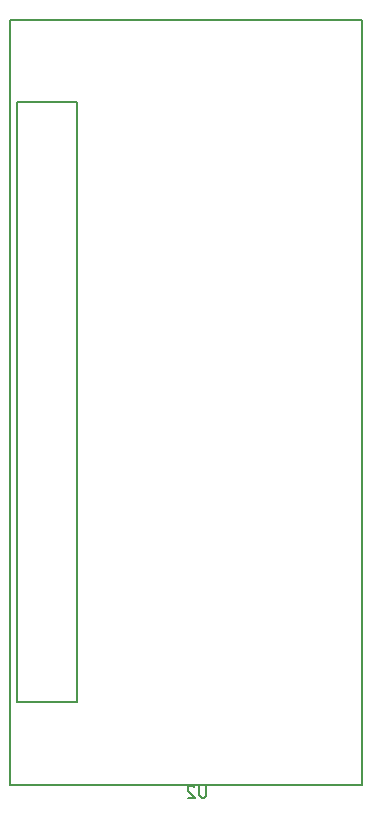
<source format=gbo>
G04 #@! TF.GenerationSoftware,KiCad,Pcbnew,(5.0.0)*
G04 #@! TF.CreationDate,2018-10-16T17:28:41+01:00*
G04 #@! TF.ProjectId,Motor_Toshiba_Shield,4D6F746F725F546F73686962615F5368,rev?*
G04 #@! TF.SameCoordinates,Original*
G04 #@! TF.FileFunction,Legend,Bot*
G04 #@! TF.FilePolarity,Positive*
%FSLAX46Y46*%
G04 Gerber Fmt 4.6, Leading zero omitted, Abs format (unit mm)*
G04 Created by KiCad (PCBNEW (5.0.0)) date 10/16/18 17:28:41*
%MOMM*%
%LPD*%
G01*
G04 APERTURE LIST*
%ADD10C,0.150000*%
G04 APERTURE END LIST*
D10*
G04 #@! TO.C,U2*
X113030000Y-69215000D02*
X107950000Y-69215000D01*
X113030000Y-120015000D02*
X113030000Y-69215000D01*
X107950000Y-120015000D02*
X113030000Y-120015000D01*
X107950000Y-69215000D02*
X107950000Y-120015000D01*
X137160000Y-62230000D02*
X107315000Y-62230000D01*
X137160000Y-127000000D02*
X137160000Y-62230000D01*
X107315000Y-127000000D02*
X137160000Y-127000000D01*
X107315000Y-62230000D02*
X107315000Y-127000000D01*
X123951904Y-127087380D02*
X123951904Y-127896904D01*
X123904285Y-127992142D01*
X123856666Y-128039761D01*
X123761428Y-128087380D01*
X123570952Y-128087380D01*
X123475714Y-128039761D01*
X123428095Y-127992142D01*
X123380476Y-127896904D01*
X123380476Y-127087380D01*
X122951904Y-127182619D02*
X122904285Y-127135000D01*
X122809047Y-127087380D01*
X122570952Y-127087380D01*
X122475714Y-127135000D01*
X122428095Y-127182619D01*
X122380476Y-127277857D01*
X122380476Y-127373095D01*
X122428095Y-127515952D01*
X122999523Y-128087380D01*
X122380476Y-128087380D01*
G04 #@! TD*
M02*

</source>
